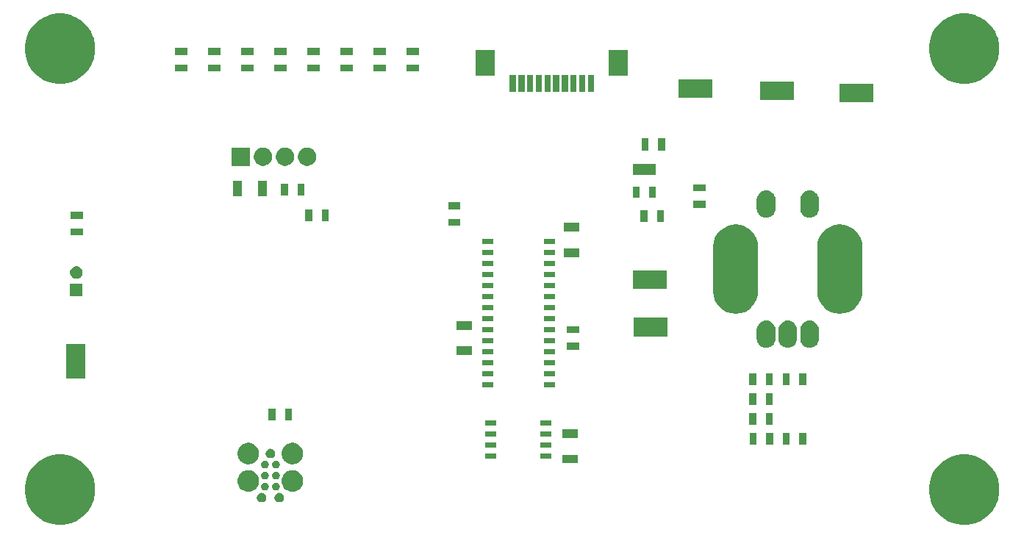
<source format=gbr>
G04 #@! TF.GenerationSoftware,KiCad,Pcbnew,5.1.2-5.1.2*
G04 #@! TF.CreationDate,2019-04-30T10:28:01-04:00*
G04 #@! TF.ProjectId,Controlpanel,436f6e74-726f-46c7-9061-6e656c2e6b69,rev?*
G04 #@! TF.SameCoordinates,Original*
G04 #@! TF.FileFunction,Soldermask,Top*
G04 #@! TF.FilePolarity,Negative*
%FSLAX46Y46*%
G04 Gerber Fmt 4.6, Leading zero omitted, Abs format (unit mm)*
G04 Created by KiCad (PCBNEW 5.1.2-5.1.2) date 2019-04-30 10:28:01*
%MOMM*%
%LPD*%
G04 APERTURE LIST*
%ADD10C,0.100000*%
G04 APERTURE END LIST*
D10*
G36*
X262801632Y-102784677D02*
G01*
X262989858Y-102862643D01*
X263538868Y-103090050D01*
X264202362Y-103533383D01*
X264766617Y-104097638D01*
X265209950Y-104761132D01*
X265277696Y-104924686D01*
X265515323Y-105498368D01*
X265671000Y-106281010D01*
X265671000Y-107078990D01*
X265515323Y-107861632D01*
X265450247Y-108018739D01*
X265209950Y-108598868D01*
X264766617Y-109262362D01*
X264202362Y-109826617D01*
X263538868Y-110269950D01*
X263107005Y-110448833D01*
X262801632Y-110575323D01*
X262018990Y-110731000D01*
X261221010Y-110731000D01*
X260438368Y-110575323D01*
X260132995Y-110448833D01*
X259701132Y-110269950D01*
X259037638Y-109826617D01*
X258473383Y-109262362D01*
X258030050Y-108598868D01*
X257789753Y-108018739D01*
X257724677Y-107861632D01*
X257569000Y-107078990D01*
X257569000Y-106281010D01*
X257724677Y-105498368D01*
X257962304Y-104924686D01*
X258030050Y-104761132D01*
X258473383Y-104097638D01*
X259037638Y-103533383D01*
X259701132Y-103090050D01*
X260250142Y-102862643D01*
X260438368Y-102784677D01*
X261221010Y-102629000D01*
X262018990Y-102629000D01*
X262801632Y-102784677D01*
X262801632Y-102784677D01*
G37*
G36*
X158661632Y-102784677D02*
G01*
X158849858Y-102862643D01*
X159398868Y-103090050D01*
X160062362Y-103533383D01*
X160626617Y-104097638D01*
X161069950Y-104761132D01*
X161137696Y-104924686D01*
X161375323Y-105498368D01*
X161531000Y-106281010D01*
X161531000Y-107078990D01*
X161375323Y-107861632D01*
X161310247Y-108018739D01*
X161069950Y-108598868D01*
X160626617Y-109262362D01*
X160062362Y-109826617D01*
X159398868Y-110269950D01*
X158967005Y-110448833D01*
X158661632Y-110575323D01*
X157878990Y-110731000D01*
X157081010Y-110731000D01*
X156298368Y-110575323D01*
X155992995Y-110448833D01*
X155561132Y-110269950D01*
X154897638Y-109826617D01*
X154333383Y-109262362D01*
X153890050Y-108598868D01*
X153649753Y-108018739D01*
X153584677Y-107861632D01*
X153429000Y-107078990D01*
X153429000Y-106281010D01*
X153584677Y-105498368D01*
X153822304Y-104924686D01*
X153890050Y-104761132D01*
X154333383Y-104097638D01*
X154897638Y-103533383D01*
X155561132Y-103090050D01*
X156110142Y-102862643D01*
X156298368Y-102784677D01*
X157081010Y-102629000D01*
X157878990Y-102629000D01*
X158661632Y-102784677D01*
X158661632Y-102784677D01*
G37*
G36*
X180802178Y-107058597D02*
G01*
X180854950Y-107069094D01*
X180954370Y-107110275D01*
X181043846Y-107170061D01*
X181119939Y-107246154D01*
X181179725Y-107335630D01*
X181220906Y-107435050D01*
X181241900Y-107540594D01*
X181241900Y-107648206D01*
X181220906Y-107753750D01*
X181179725Y-107853170D01*
X181119939Y-107942646D01*
X181043846Y-108018739D01*
X180954370Y-108078525D01*
X180854950Y-108119706D01*
X180802178Y-108130203D01*
X180749407Y-108140700D01*
X180641793Y-108140700D01*
X180589022Y-108130203D01*
X180536250Y-108119706D01*
X180436830Y-108078525D01*
X180347354Y-108018739D01*
X180271261Y-107942646D01*
X180211475Y-107853170D01*
X180170294Y-107753750D01*
X180149300Y-107648206D01*
X180149300Y-107540594D01*
X180170294Y-107435050D01*
X180211475Y-107335630D01*
X180271261Y-107246154D01*
X180347354Y-107170061D01*
X180436830Y-107110275D01*
X180536250Y-107069094D01*
X180589022Y-107058597D01*
X180641793Y-107048100D01*
X180749407Y-107048100D01*
X180802178Y-107058597D01*
X180802178Y-107058597D01*
G37*
G36*
X182834178Y-107058597D02*
G01*
X182886950Y-107069094D01*
X182986370Y-107110275D01*
X183075846Y-107170061D01*
X183151939Y-107246154D01*
X183211725Y-107335630D01*
X183252906Y-107435050D01*
X183273900Y-107540594D01*
X183273900Y-107648206D01*
X183252906Y-107753750D01*
X183211725Y-107853170D01*
X183151939Y-107942646D01*
X183075846Y-108018739D01*
X182986370Y-108078525D01*
X182886950Y-108119706D01*
X182834178Y-108130203D01*
X182781407Y-108140700D01*
X182673793Y-108140700D01*
X182621022Y-108130203D01*
X182568250Y-108119706D01*
X182468830Y-108078525D01*
X182379354Y-108018739D01*
X182303261Y-107942646D01*
X182243475Y-107853170D01*
X182202294Y-107753750D01*
X182181300Y-107648206D01*
X182181300Y-107540594D01*
X182202294Y-107435050D01*
X182243475Y-107335630D01*
X182303261Y-107246154D01*
X182379354Y-107170061D01*
X182468830Y-107110275D01*
X182568250Y-107069094D01*
X182621022Y-107058597D01*
X182673793Y-107048100D01*
X182781407Y-107048100D01*
X182834178Y-107058597D01*
X182834178Y-107058597D01*
G37*
G36*
X179413210Y-104474747D02*
G01*
X179532842Y-104498543D01*
X179758226Y-104591900D01*
X179961066Y-104727433D01*
X180133567Y-104899934D01*
X180269100Y-105102774D01*
X180362457Y-105328158D01*
X180410050Y-105567423D01*
X180410050Y-105811377D01*
X180362457Y-106050642D01*
X180269100Y-106276026D01*
X180133567Y-106478866D01*
X179961066Y-106651367D01*
X179758226Y-106786900D01*
X179532842Y-106880257D01*
X179413210Y-106904053D01*
X179293578Y-106927850D01*
X179049622Y-106927850D01*
X178929990Y-106904053D01*
X178810358Y-106880257D01*
X178584974Y-106786900D01*
X178382134Y-106651367D01*
X178209633Y-106478866D01*
X178074100Y-106276026D01*
X177980743Y-106050642D01*
X177933150Y-105811377D01*
X177933150Y-105567423D01*
X177980743Y-105328158D01*
X178074100Y-105102774D01*
X178209633Y-104899934D01*
X178382134Y-104727433D01*
X178584974Y-104591900D01*
X178810358Y-104498543D01*
X178929990Y-104474747D01*
X179049622Y-104450950D01*
X179293578Y-104450950D01*
X179413210Y-104474747D01*
X179413210Y-104474747D01*
G37*
G36*
X184493210Y-104474747D02*
G01*
X184612842Y-104498543D01*
X184838226Y-104591900D01*
X185041066Y-104727433D01*
X185213567Y-104899934D01*
X185349100Y-105102774D01*
X185442457Y-105328158D01*
X185490050Y-105567423D01*
X185490050Y-105811377D01*
X185442457Y-106050642D01*
X185349100Y-106276026D01*
X185213567Y-106478866D01*
X185041066Y-106651367D01*
X184838226Y-106786900D01*
X184612842Y-106880257D01*
X184493210Y-106904053D01*
X184373578Y-106927850D01*
X184129622Y-106927850D01*
X184009990Y-106904053D01*
X183890358Y-106880257D01*
X183664974Y-106786900D01*
X183462134Y-106651367D01*
X183289633Y-106478866D01*
X183154100Y-106276026D01*
X183060743Y-106050642D01*
X183013150Y-105811377D01*
X183013150Y-105567423D01*
X183060743Y-105328158D01*
X183154100Y-105102774D01*
X183289633Y-104899934D01*
X183462134Y-104727433D01*
X183664974Y-104591900D01*
X183890358Y-104498543D01*
X184009990Y-104474747D01*
X184129622Y-104450950D01*
X184373578Y-104450950D01*
X184493210Y-104474747D01*
X184493210Y-104474747D01*
G37*
G36*
X181206314Y-105896789D02*
G01*
X181287245Y-105930312D01*
X181360080Y-105978979D01*
X181422021Y-106040920D01*
X181470688Y-106113755D01*
X181504211Y-106194686D01*
X181521300Y-106280601D01*
X181521300Y-106368199D01*
X181504211Y-106454114D01*
X181470688Y-106535045D01*
X181422021Y-106607880D01*
X181360080Y-106669821D01*
X181287245Y-106718488D01*
X181287244Y-106718489D01*
X181287243Y-106718489D01*
X181206314Y-106752011D01*
X181120401Y-106769100D01*
X181032799Y-106769100D01*
X180946886Y-106752011D01*
X180865957Y-106718489D01*
X180865956Y-106718489D01*
X180865955Y-106718488D01*
X180793120Y-106669821D01*
X180731179Y-106607880D01*
X180682512Y-106535045D01*
X180648989Y-106454114D01*
X180631900Y-106368199D01*
X180631900Y-106280601D01*
X180648989Y-106194686D01*
X180682512Y-106113755D01*
X180731179Y-106040920D01*
X180793120Y-105978979D01*
X180865955Y-105930312D01*
X180946886Y-105896789D01*
X181032799Y-105879700D01*
X181120401Y-105879700D01*
X181206314Y-105896789D01*
X181206314Y-105896789D01*
G37*
G36*
X182476314Y-105896789D02*
G01*
X182557245Y-105930312D01*
X182630080Y-105978979D01*
X182692021Y-106040920D01*
X182740688Y-106113755D01*
X182774211Y-106194686D01*
X182791300Y-106280601D01*
X182791300Y-106368199D01*
X182774211Y-106454114D01*
X182740688Y-106535045D01*
X182692021Y-106607880D01*
X182630080Y-106669821D01*
X182557245Y-106718488D01*
X182557244Y-106718489D01*
X182557243Y-106718489D01*
X182476314Y-106752011D01*
X182390401Y-106769100D01*
X182302799Y-106769100D01*
X182216886Y-106752011D01*
X182135957Y-106718489D01*
X182135956Y-106718489D01*
X182135955Y-106718488D01*
X182063120Y-106669821D01*
X182001179Y-106607880D01*
X181952512Y-106535045D01*
X181918989Y-106454114D01*
X181901900Y-106368199D01*
X181901900Y-106280601D01*
X181918989Y-106194686D01*
X181952512Y-106113755D01*
X182001179Y-106040920D01*
X182063120Y-105978979D01*
X182135955Y-105930312D01*
X182216886Y-105896789D01*
X182302799Y-105879700D01*
X182390401Y-105879700D01*
X182476314Y-105896789D01*
X182476314Y-105896789D01*
G37*
G36*
X182476314Y-104626789D02*
G01*
X182557245Y-104660312D01*
X182630080Y-104708979D01*
X182692021Y-104770920D01*
X182740688Y-104843755D01*
X182774211Y-104924686D01*
X182791300Y-105010601D01*
X182791300Y-105098199D01*
X182774211Y-105184114D01*
X182740688Y-105265045D01*
X182692021Y-105337880D01*
X182630080Y-105399821D01*
X182557245Y-105448488D01*
X182557244Y-105448489D01*
X182557243Y-105448489D01*
X182476314Y-105482011D01*
X182390401Y-105499100D01*
X182302799Y-105499100D01*
X182216886Y-105482011D01*
X182135957Y-105448489D01*
X182135956Y-105448489D01*
X182135955Y-105448488D01*
X182063120Y-105399821D01*
X182001179Y-105337880D01*
X181952512Y-105265045D01*
X181918989Y-105184114D01*
X181901900Y-105098199D01*
X181901900Y-105010601D01*
X181918989Y-104924686D01*
X181952512Y-104843755D01*
X182001179Y-104770920D01*
X182063120Y-104708979D01*
X182135955Y-104660312D01*
X182216886Y-104626789D01*
X182302799Y-104609700D01*
X182390401Y-104609700D01*
X182476314Y-104626789D01*
X182476314Y-104626789D01*
G37*
G36*
X181206314Y-104626789D02*
G01*
X181287245Y-104660312D01*
X181360080Y-104708979D01*
X181422021Y-104770920D01*
X181470688Y-104843755D01*
X181504211Y-104924686D01*
X181521300Y-105010601D01*
X181521300Y-105098199D01*
X181504211Y-105184114D01*
X181470688Y-105265045D01*
X181422021Y-105337880D01*
X181360080Y-105399821D01*
X181287245Y-105448488D01*
X181287244Y-105448489D01*
X181287243Y-105448489D01*
X181206314Y-105482011D01*
X181120401Y-105499100D01*
X181032799Y-105499100D01*
X180946886Y-105482011D01*
X180865957Y-105448489D01*
X180865956Y-105448489D01*
X180865955Y-105448488D01*
X180793120Y-105399821D01*
X180731179Y-105337880D01*
X180682512Y-105265045D01*
X180648989Y-105184114D01*
X180631900Y-105098199D01*
X180631900Y-105010601D01*
X180648989Y-104924686D01*
X180682512Y-104843755D01*
X180731179Y-104770920D01*
X180793120Y-104708979D01*
X180865955Y-104660312D01*
X180946886Y-104626789D01*
X181032799Y-104609700D01*
X181120401Y-104609700D01*
X181206314Y-104626789D01*
X181206314Y-104626789D01*
G37*
G36*
X182476314Y-103356789D02*
G01*
X182557245Y-103390312D01*
X182630080Y-103438979D01*
X182692021Y-103500920D01*
X182740688Y-103573755D01*
X182774211Y-103654686D01*
X182791300Y-103740601D01*
X182791300Y-103828199D01*
X182774211Y-103914114D01*
X182740688Y-103995045D01*
X182692021Y-104067880D01*
X182630080Y-104129821D01*
X182557245Y-104178488D01*
X182557244Y-104178489D01*
X182557243Y-104178489D01*
X182476314Y-104212011D01*
X182390401Y-104229100D01*
X182302799Y-104229100D01*
X182216886Y-104212011D01*
X182135957Y-104178489D01*
X182135956Y-104178489D01*
X182135955Y-104178488D01*
X182063120Y-104129821D01*
X182001179Y-104067880D01*
X181952512Y-103995045D01*
X181918989Y-103914114D01*
X181901900Y-103828199D01*
X181901900Y-103740601D01*
X181918989Y-103654686D01*
X181952512Y-103573755D01*
X182001179Y-103500920D01*
X182063120Y-103438979D01*
X182135955Y-103390312D01*
X182216886Y-103356789D01*
X182302799Y-103339700D01*
X182390401Y-103339700D01*
X182476314Y-103356789D01*
X182476314Y-103356789D01*
G37*
G36*
X181206314Y-103356789D02*
G01*
X181287245Y-103390312D01*
X181360080Y-103438979D01*
X181422021Y-103500920D01*
X181470688Y-103573755D01*
X181504211Y-103654686D01*
X181521300Y-103740601D01*
X181521300Y-103828199D01*
X181504211Y-103914114D01*
X181470688Y-103995045D01*
X181422021Y-104067880D01*
X181360080Y-104129821D01*
X181287245Y-104178488D01*
X181287244Y-104178489D01*
X181287243Y-104178489D01*
X181206314Y-104212011D01*
X181120401Y-104229100D01*
X181032799Y-104229100D01*
X180946886Y-104212011D01*
X180865957Y-104178489D01*
X180865956Y-104178489D01*
X180865955Y-104178488D01*
X180793120Y-104129821D01*
X180731179Y-104067880D01*
X180682512Y-103995045D01*
X180648989Y-103914114D01*
X180631900Y-103828199D01*
X180631900Y-103740601D01*
X180648989Y-103654686D01*
X180682512Y-103573755D01*
X180731179Y-103500920D01*
X180793120Y-103438979D01*
X180865955Y-103390312D01*
X180946886Y-103356789D01*
X181032799Y-103339700D01*
X181120401Y-103339700D01*
X181206314Y-103356789D01*
X181206314Y-103356789D01*
G37*
G36*
X184493209Y-101299746D02*
G01*
X184612842Y-101323543D01*
X184838226Y-101416900D01*
X185041066Y-101552433D01*
X185213567Y-101724934D01*
X185349100Y-101927774D01*
X185442457Y-102153158D01*
X185490050Y-102392423D01*
X185490050Y-102636377D01*
X185442457Y-102875642D01*
X185391558Y-102998524D01*
X185353647Y-103090050D01*
X185349100Y-103101026D01*
X185213567Y-103303866D01*
X185041066Y-103476367D01*
X184838226Y-103611900D01*
X184612842Y-103705257D01*
X184493210Y-103729053D01*
X184373578Y-103752850D01*
X184129622Y-103752850D01*
X184009990Y-103729053D01*
X183890358Y-103705257D01*
X183664974Y-103611900D01*
X183462134Y-103476367D01*
X183289633Y-103303866D01*
X183154100Y-103101026D01*
X183149554Y-103090050D01*
X183111642Y-102998524D01*
X183060743Y-102875642D01*
X183013150Y-102636377D01*
X183013150Y-102392423D01*
X183060743Y-102153158D01*
X183154100Y-101927774D01*
X183289633Y-101724934D01*
X183462134Y-101552433D01*
X183664974Y-101416900D01*
X183890358Y-101323543D01*
X184009990Y-101299747D01*
X184129622Y-101275950D01*
X184373578Y-101275950D01*
X184493209Y-101299746D01*
X184493209Y-101299746D01*
G37*
G36*
X179413209Y-101299746D02*
G01*
X179532842Y-101323543D01*
X179758226Y-101416900D01*
X179961066Y-101552433D01*
X180133567Y-101724934D01*
X180269100Y-101927774D01*
X180362457Y-102153158D01*
X180410050Y-102392423D01*
X180410050Y-102636377D01*
X180362457Y-102875642D01*
X180311558Y-102998524D01*
X180273647Y-103090050D01*
X180269100Y-103101026D01*
X180133567Y-103303866D01*
X179961066Y-103476367D01*
X179758226Y-103611900D01*
X179532842Y-103705257D01*
X179413210Y-103729053D01*
X179293578Y-103752850D01*
X179049622Y-103752850D01*
X178929990Y-103729053D01*
X178810358Y-103705257D01*
X178584974Y-103611900D01*
X178382134Y-103476367D01*
X178209633Y-103303866D01*
X178074100Y-103101026D01*
X178069554Y-103090050D01*
X178031642Y-102998524D01*
X177980743Y-102875642D01*
X177933150Y-102636377D01*
X177933150Y-102392423D01*
X177980743Y-102153158D01*
X178074100Y-101927774D01*
X178209633Y-101724934D01*
X178382134Y-101552433D01*
X178584974Y-101416900D01*
X178810358Y-101323543D01*
X178929990Y-101299747D01*
X179049622Y-101275950D01*
X179293578Y-101275950D01*
X179413209Y-101299746D01*
X179413209Y-101299746D01*
G37*
G36*
X217156600Y-103652600D02*
G01*
X215354600Y-103652600D01*
X215354600Y-102650600D01*
X217156600Y-102650600D01*
X217156600Y-103652600D01*
X217156600Y-103652600D01*
G37*
G36*
X207734100Y-103124200D02*
G01*
X206489100Y-103124200D01*
X206489100Y-102514200D01*
X207734100Y-102514200D01*
X207734100Y-103124200D01*
X207734100Y-103124200D01*
G37*
G36*
X214084100Y-103124200D02*
G01*
X212839100Y-103124200D01*
X212839100Y-102514200D01*
X214084100Y-102514200D01*
X214084100Y-103124200D01*
X214084100Y-103124200D01*
G37*
G36*
X181818178Y-101978597D02*
G01*
X181870950Y-101989094D01*
X181970370Y-102030275D01*
X182059846Y-102090061D01*
X182135939Y-102166154D01*
X182195725Y-102255630D01*
X182236906Y-102355050D01*
X182257900Y-102460594D01*
X182257900Y-102568206D01*
X182236906Y-102673750D01*
X182195725Y-102773170D01*
X182135939Y-102862646D01*
X182059846Y-102938739D01*
X181970370Y-102998525D01*
X181870950Y-103039706D01*
X181818178Y-103050203D01*
X181765407Y-103060700D01*
X181657793Y-103060700D01*
X181605022Y-103050203D01*
X181552250Y-103039706D01*
X181452830Y-102998525D01*
X181363354Y-102938739D01*
X181287261Y-102862646D01*
X181227475Y-102773170D01*
X181186294Y-102673750D01*
X181165300Y-102568206D01*
X181165300Y-102460594D01*
X181186294Y-102355050D01*
X181227475Y-102255630D01*
X181287261Y-102166154D01*
X181363354Y-102090061D01*
X181452830Y-102030275D01*
X181552250Y-101989094D01*
X181605022Y-101978597D01*
X181657793Y-101968100D01*
X181765407Y-101968100D01*
X181818178Y-101978597D01*
X181818178Y-101978597D01*
G37*
G36*
X214084100Y-101854200D02*
G01*
X212839100Y-101854200D01*
X212839100Y-101244200D01*
X214084100Y-101244200D01*
X214084100Y-101854200D01*
X214084100Y-101854200D01*
G37*
G36*
X207734100Y-101854200D02*
G01*
X206489100Y-101854200D01*
X206489100Y-101244200D01*
X207734100Y-101244200D01*
X207734100Y-101854200D01*
X207734100Y-101854200D01*
G37*
G36*
X239603000Y-101539000D02*
G01*
X238801000Y-101539000D01*
X238801000Y-100137000D01*
X239603000Y-100137000D01*
X239603000Y-101539000D01*
X239603000Y-101539000D01*
G37*
G36*
X241513000Y-101539000D02*
G01*
X240711000Y-101539000D01*
X240711000Y-100137000D01*
X241513000Y-100137000D01*
X241513000Y-101539000D01*
X241513000Y-101539000D01*
G37*
G36*
X243413000Y-101539000D02*
G01*
X242611000Y-101539000D01*
X242611000Y-100137000D01*
X243413000Y-100137000D01*
X243413000Y-101539000D01*
X243413000Y-101539000D01*
G37*
G36*
X237703000Y-101539000D02*
G01*
X236901000Y-101539000D01*
X236901000Y-100137000D01*
X237703000Y-100137000D01*
X237703000Y-101539000D01*
X237703000Y-101539000D01*
G37*
G36*
X217156600Y-100752600D02*
G01*
X215354600Y-100752600D01*
X215354600Y-99750600D01*
X217156600Y-99750600D01*
X217156600Y-100752600D01*
X217156600Y-100752600D01*
G37*
G36*
X214084100Y-100584200D02*
G01*
X212839100Y-100584200D01*
X212839100Y-99974200D01*
X214084100Y-99974200D01*
X214084100Y-100584200D01*
X214084100Y-100584200D01*
G37*
G36*
X207734100Y-100584200D02*
G01*
X206489100Y-100584200D01*
X206489100Y-99974200D01*
X207734100Y-99974200D01*
X207734100Y-100584200D01*
X207734100Y-100584200D01*
G37*
G36*
X214084100Y-99314200D02*
G01*
X212839100Y-99314200D01*
X212839100Y-98704200D01*
X214084100Y-98704200D01*
X214084100Y-99314200D01*
X214084100Y-99314200D01*
G37*
G36*
X207734100Y-99314200D02*
G01*
X206489100Y-99314200D01*
X206489100Y-98704200D01*
X207734100Y-98704200D01*
X207734100Y-99314200D01*
X207734100Y-99314200D01*
G37*
G36*
X237664900Y-99253000D02*
G01*
X236862900Y-99253000D01*
X236862900Y-97851000D01*
X237664900Y-97851000D01*
X237664900Y-99253000D01*
X237664900Y-99253000D01*
G37*
G36*
X239564900Y-99253000D02*
G01*
X238762900Y-99253000D01*
X238762900Y-97851000D01*
X239564900Y-97851000D01*
X239564900Y-99253000D01*
X239564900Y-99253000D01*
G37*
G36*
X184205600Y-98745000D02*
G01*
X183403600Y-98745000D01*
X183403600Y-97343000D01*
X184205600Y-97343000D01*
X184205600Y-98745000D01*
X184205600Y-98745000D01*
G37*
G36*
X182305600Y-98745000D02*
G01*
X181503600Y-98745000D01*
X181503600Y-97343000D01*
X182305600Y-97343000D01*
X182305600Y-98745000D01*
X182305600Y-98745000D01*
G37*
G36*
X237667440Y-96967000D02*
G01*
X236865440Y-96967000D01*
X236865440Y-95565000D01*
X237667440Y-95565000D01*
X237667440Y-96967000D01*
X237667440Y-96967000D01*
G37*
G36*
X239567440Y-96967000D02*
G01*
X238765440Y-96967000D01*
X238765440Y-95565000D01*
X239567440Y-95565000D01*
X239567440Y-96967000D01*
X239567440Y-96967000D01*
G37*
G36*
X214490500Y-94920000D02*
G01*
X213245500Y-94920000D01*
X213245500Y-94310000D01*
X214490500Y-94310000D01*
X214490500Y-94920000D01*
X214490500Y-94920000D01*
G37*
G36*
X207378500Y-94920000D02*
G01*
X206133500Y-94920000D01*
X206133500Y-94310000D01*
X207378500Y-94310000D01*
X207378500Y-94920000D01*
X207378500Y-94920000D01*
G37*
G36*
X243413000Y-94681000D02*
G01*
X242611000Y-94681000D01*
X242611000Y-93279000D01*
X243413000Y-93279000D01*
X243413000Y-94681000D01*
X243413000Y-94681000D01*
G37*
G36*
X239587760Y-94681000D02*
G01*
X238785760Y-94681000D01*
X238785760Y-93279000D01*
X239587760Y-93279000D01*
X239587760Y-94681000D01*
X239587760Y-94681000D01*
G37*
G36*
X241513000Y-94681000D02*
G01*
X240711000Y-94681000D01*
X240711000Y-93279000D01*
X241513000Y-93279000D01*
X241513000Y-94681000D01*
X241513000Y-94681000D01*
G37*
G36*
X237687760Y-94681000D02*
G01*
X236885760Y-94681000D01*
X236885760Y-93279000D01*
X237687760Y-93279000D01*
X237687760Y-94681000D01*
X237687760Y-94681000D01*
G37*
G36*
X160350400Y-93853200D02*
G01*
X158216400Y-93853200D01*
X158216400Y-89941200D01*
X160350400Y-89941200D01*
X160350400Y-93853200D01*
X160350400Y-93853200D01*
G37*
G36*
X207378500Y-93650000D02*
G01*
X206133500Y-93650000D01*
X206133500Y-93040000D01*
X207378500Y-93040000D01*
X207378500Y-93650000D01*
X207378500Y-93650000D01*
G37*
G36*
X214490500Y-93650000D02*
G01*
X213245500Y-93650000D01*
X213245500Y-93040000D01*
X214490500Y-93040000D01*
X214490500Y-93650000D01*
X214490500Y-93650000D01*
G37*
G36*
X214490500Y-92380000D02*
G01*
X213245500Y-92380000D01*
X213245500Y-91770000D01*
X214490500Y-91770000D01*
X214490500Y-92380000D01*
X214490500Y-92380000D01*
G37*
G36*
X207378500Y-92380000D02*
G01*
X206133500Y-92380000D01*
X206133500Y-91770000D01*
X207378500Y-91770000D01*
X207378500Y-92380000D01*
X207378500Y-92380000D01*
G37*
G36*
X204913800Y-91155800D02*
G01*
X203111800Y-91155800D01*
X203111800Y-90153800D01*
X204913800Y-90153800D01*
X204913800Y-91155800D01*
X204913800Y-91155800D01*
G37*
G36*
X214490500Y-91110000D02*
G01*
X213245500Y-91110000D01*
X213245500Y-90500000D01*
X214490500Y-90500000D01*
X214490500Y-91110000D01*
X214490500Y-91110000D01*
G37*
G36*
X207378500Y-91110000D02*
G01*
X206133500Y-91110000D01*
X206133500Y-90500000D01*
X207378500Y-90500000D01*
X207378500Y-91110000D01*
X207378500Y-91110000D01*
G37*
G36*
X217286800Y-90555800D02*
G01*
X215884800Y-90555800D01*
X215884800Y-89753800D01*
X217286800Y-89753800D01*
X217286800Y-90555800D01*
X217286800Y-90555800D01*
G37*
G36*
X239009167Y-87220439D02*
G01*
X239210298Y-87281451D01*
X239395661Y-87380530D01*
X239558133Y-87513867D01*
X239618236Y-87587102D01*
X239691471Y-87676339D01*
X239744682Y-87775890D01*
X239790549Y-87861701D01*
X239851561Y-88062832D01*
X239867000Y-88219589D01*
X239867000Y-89340411D01*
X239851561Y-89497168D01*
X239790549Y-89698299D01*
X239760883Y-89753800D01*
X239691471Y-89883661D01*
X239558133Y-90046133D01*
X239395661Y-90179471D01*
X239296110Y-90232682D01*
X239210299Y-90278549D01*
X239009168Y-90339561D01*
X238800000Y-90360162D01*
X238590833Y-90339561D01*
X238389702Y-90278549D01*
X238303891Y-90232682D01*
X238204340Y-90179471D01*
X238041868Y-90046133D01*
X237908530Y-89883660D01*
X237839118Y-89753800D01*
X237809452Y-89698299D01*
X237748439Y-89497168D01*
X237733000Y-89340411D01*
X237733000Y-88219590D01*
X237748439Y-88062833D01*
X237809451Y-87861702D01*
X237908530Y-87676339D01*
X238041867Y-87513867D01*
X238115102Y-87453764D01*
X238204339Y-87380529D01*
X238303890Y-87327318D01*
X238389701Y-87281451D01*
X238590832Y-87220439D01*
X238800000Y-87199838D01*
X239009167Y-87220439D01*
X239009167Y-87220439D01*
G37*
G36*
X244009167Y-87220439D02*
G01*
X244210298Y-87281451D01*
X244395661Y-87380530D01*
X244558133Y-87513867D01*
X244618236Y-87587102D01*
X244691471Y-87676339D01*
X244744682Y-87775890D01*
X244790549Y-87861701D01*
X244851561Y-88062832D01*
X244867000Y-88219589D01*
X244867000Y-89340411D01*
X244851561Y-89497168D01*
X244790549Y-89698299D01*
X244760883Y-89753800D01*
X244691471Y-89883661D01*
X244558133Y-90046133D01*
X244395661Y-90179471D01*
X244296110Y-90232682D01*
X244210299Y-90278549D01*
X244009168Y-90339561D01*
X243800000Y-90360162D01*
X243590833Y-90339561D01*
X243389702Y-90278549D01*
X243303891Y-90232682D01*
X243204340Y-90179471D01*
X243041868Y-90046133D01*
X242908530Y-89883660D01*
X242839118Y-89753800D01*
X242809452Y-89698299D01*
X242748439Y-89497168D01*
X242733000Y-89340411D01*
X242733000Y-88219590D01*
X242748439Y-88062833D01*
X242809451Y-87861702D01*
X242908530Y-87676339D01*
X243041867Y-87513867D01*
X243115102Y-87453764D01*
X243204339Y-87380529D01*
X243303890Y-87327318D01*
X243389701Y-87281451D01*
X243590832Y-87220439D01*
X243800000Y-87199838D01*
X244009167Y-87220439D01*
X244009167Y-87220439D01*
G37*
G36*
X241509167Y-87220439D02*
G01*
X241710298Y-87281451D01*
X241895661Y-87380530D01*
X242058133Y-87513867D01*
X242118236Y-87587102D01*
X242191471Y-87676339D01*
X242244682Y-87775890D01*
X242290549Y-87861701D01*
X242351561Y-88062832D01*
X242367000Y-88219589D01*
X242367000Y-89340411D01*
X242351561Y-89497168D01*
X242290549Y-89698299D01*
X242260883Y-89753800D01*
X242191471Y-89883661D01*
X242058133Y-90046133D01*
X241895661Y-90179471D01*
X241796110Y-90232682D01*
X241710299Y-90278549D01*
X241509168Y-90339561D01*
X241300000Y-90360162D01*
X241090833Y-90339561D01*
X240889702Y-90278549D01*
X240803891Y-90232682D01*
X240704340Y-90179471D01*
X240541868Y-90046133D01*
X240408530Y-89883660D01*
X240339118Y-89753800D01*
X240309452Y-89698299D01*
X240248439Y-89497168D01*
X240233000Y-89340411D01*
X240233000Y-88219590D01*
X240248439Y-88062833D01*
X240309451Y-87861702D01*
X240408530Y-87676339D01*
X240541867Y-87513867D01*
X240615102Y-87453764D01*
X240704339Y-87380529D01*
X240803890Y-87327318D01*
X240889701Y-87281451D01*
X241090832Y-87220439D01*
X241300000Y-87199838D01*
X241509167Y-87220439D01*
X241509167Y-87220439D01*
G37*
G36*
X207378500Y-89840000D02*
G01*
X206133500Y-89840000D01*
X206133500Y-89230000D01*
X207378500Y-89230000D01*
X207378500Y-89840000D01*
X207378500Y-89840000D01*
G37*
G36*
X214490500Y-89840000D02*
G01*
X213245500Y-89840000D01*
X213245500Y-89230000D01*
X214490500Y-89230000D01*
X214490500Y-89840000D01*
X214490500Y-89840000D01*
G37*
G36*
X227431800Y-89027200D02*
G01*
X223519800Y-89027200D01*
X223519800Y-86893200D01*
X227431800Y-86893200D01*
X227431800Y-89027200D01*
X227431800Y-89027200D01*
G37*
G36*
X217286800Y-88655800D02*
G01*
X215884800Y-88655800D01*
X215884800Y-87853800D01*
X217286800Y-87853800D01*
X217286800Y-88655800D01*
X217286800Y-88655800D01*
G37*
G36*
X214490500Y-88570000D02*
G01*
X213245500Y-88570000D01*
X213245500Y-87960000D01*
X214490500Y-87960000D01*
X214490500Y-88570000D01*
X214490500Y-88570000D01*
G37*
G36*
X207378500Y-88570000D02*
G01*
X206133500Y-88570000D01*
X206133500Y-87960000D01*
X207378500Y-87960000D01*
X207378500Y-88570000D01*
X207378500Y-88570000D01*
G37*
G36*
X204913800Y-88255800D02*
G01*
X203111800Y-88255800D01*
X203111800Y-87253800D01*
X204913800Y-87253800D01*
X204913800Y-88255800D01*
X204913800Y-88255800D01*
G37*
G36*
X214490500Y-87300000D02*
G01*
X213245500Y-87300000D01*
X213245500Y-86690000D01*
X214490500Y-86690000D01*
X214490500Y-87300000D01*
X214490500Y-87300000D01*
G37*
G36*
X207378500Y-87300000D02*
G01*
X206133500Y-87300000D01*
X206133500Y-86690000D01*
X207378500Y-86690000D01*
X207378500Y-87300000D01*
X207378500Y-87300000D01*
G37*
G36*
X247807924Y-76186490D02*
G01*
X248203214Y-76306400D01*
X248296332Y-76334647D01*
X248746445Y-76575238D01*
X248746447Y-76575239D01*
X248746446Y-76575239D01*
X249140978Y-76899022D01*
X249415529Y-77233563D01*
X249464762Y-77293554D01*
X249705353Y-77743667D01*
X249705353Y-77743668D01*
X249705354Y-77743670D01*
X249853510Y-78232075D01*
X249891000Y-78612719D01*
X249891000Y-83947281D01*
X249853510Y-84327925D01*
X249705354Y-84816330D01*
X249705353Y-84816333D01*
X249464762Y-85266446D01*
X249140978Y-85660978D01*
X248746446Y-85984762D01*
X248296333Y-86225353D01*
X248296330Y-86225354D01*
X247807925Y-86373510D01*
X247300000Y-86423536D01*
X246792076Y-86373510D01*
X246303671Y-86225354D01*
X246303668Y-86225353D01*
X245853555Y-85984762D01*
X245459023Y-85660978D01*
X245135239Y-85266446D01*
X244894648Y-84816333D01*
X244894647Y-84816330D01*
X244746491Y-84327925D01*
X244709001Y-83947281D01*
X244709000Y-78612720D01*
X244746490Y-78232076D01*
X244894646Y-77743671D01*
X244894647Y-77743668D01*
X245135238Y-77293555D01*
X245394043Y-76978200D01*
X245459022Y-76899022D01*
X245853553Y-76575239D01*
X245853552Y-76575239D01*
X245853554Y-76575238D01*
X246303667Y-76334647D01*
X246396785Y-76306400D01*
X246792075Y-76186490D01*
X247300000Y-76136464D01*
X247807924Y-76186490D01*
X247807924Y-76186490D01*
G37*
G36*
X235807924Y-76186490D02*
G01*
X236203214Y-76306400D01*
X236296332Y-76334647D01*
X236746445Y-76575238D01*
X236746447Y-76575239D01*
X236746446Y-76575239D01*
X237140978Y-76899022D01*
X237415529Y-77233563D01*
X237464762Y-77293554D01*
X237705353Y-77743667D01*
X237705353Y-77743668D01*
X237705354Y-77743670D01*
X237853510Y-78232075D01*
X237891000Y-78612719D01*
X237891000Y-83947281D01*
X237853510Y-84327925D01*
X237705354Y-84816330D01*
X237705353Y-84816333D01*
X237464762Y-85266446D01*
X237140978Y-85660978D01*
X236746446Y-85984762D01*
X236296333Y-86225353D01*
X236296330Y-86225354D01*
X235807925Y-86373510D01*
X235300000Y-86423536D01*
X234792076Y-86373510D01*
X234303671Y-86225354D01*
X234303668Y-86225353D01*
X233853555Y-85984762D01*
X233459023Y-85660978D01*
X233135239Y-85266446D01*
X232894648Y-84816333D01*
X232894647Y-84816330D01*
X232746491Y-84327925D01*
X232709001Y-83947281D01*
X232709000Y-78612720D01*
X232746490Y-78232076D01*
X232894646Y-77743671D01*
X232894647Y-77743668D01*
X233135238Y-77293555D01*
X233394043Y-76978200D01*
X233459022Y-76899022D01*
X233853553Y-76575239D01*
X233853552Y-76575239D01*
X233853554Y-76575238D01*
X234303667Y-76334647D01*
X234396785Y-76306400D01*
X234792075Y-76186490D01*
X235300000Y-76136464D01*
X235807924Y-76186490D01*
X235807924Y-76186490D01*
G37*
G36*
X207378500Y-86030000D02*
G01*
X206133500Y-86030000D01*
X206133500Y-85420000D01*
X207378500Y-85420000D01*
X207378500Y-86030000D01*
X207378500Y-86030000D01*
G37*
G36*
X214490500Y-86030000D02*
G01*
X213245500Y-86030000D01*
X213245500Y-85420000D01*
X214490500Y-85420000D01*
X214490500Y-86030000D01*
X214490500Y-86030000D01*
G37*
G36*
X214490500Y-84760000D02*
G01*
X213245500Y-84760000D01*
X213245500Y-84150000D01*
X214490500Y-84150000D01*
X214490500Y-84760000D01*
X214490500Y-84760000D01*
G37*
G36*
X207378500Y-84760000D02*
G01*
X206133500Y-84760000D01*
X206133500Y-84150000D01*
X207378500Y-84150000D01*
X207378500Y-84760000D01*
X207378500Y-84760000D01*
G37*
G36*
X160085600Y-84393600D02*
G01*
X158633600Y-84393600D01*
X158633600Y-82941600D01*
X160085600Y-82941600D01*
X160085600Y-84393600D01*
X160085600Y-84393600D01*
G37*
G36*
X227355600Y-83566200D02*
G01*
X223443600Y-83566200D01*
X223443600Y-81432200D01*
X227355600Y-81432200D01*
X227355600Y-83566200D01*
X227355600Y-83566200D01*
G37*
G36*
X207378500Y-83490000D02*
G01*
X206133500Y-83490000D01*
X206133500Y-82880000D01*
X207378500Y-82880000D01*
X207378500Y-83490000D01*
X207378500Y-83490000D01*
G37*
G36*
X214490500Y-83490000D02*
G01*
X213245500Y-83490000D01*
X213245500Y-82880000D01*
X214490500Y-82880000D01*
X214490500Y-83490000D01*
X214490500Y-83490000D01*
G37*
G36*
X159430813Y-80945102D02*
G01*
X159501921Y-80952105D01*
X159638772Y-80993619D01*
X159638775Y-80993620D01*
X159764894Y-81061032D01*
X159875443Y-81151757D01*
X159966168Y-81262306D01*
X160033580Y-81388425D01*
X160033581Y-81388428D01*
X160075095Y-81525279D01*
X160089112Y-81667600D01*
X160075095Y-81809921D01*
X160033581Y-81946772D01*
X160033580Y-81946775D01*
X159966168Y-82072894D01*
X159875443Y-82183443D01*
X159764894Y-82274168D01*
X159638775Y-82341580D01*
X159638772Y-82341581D01*
X159501921Y-82383095D01*
X159430813Y-82390098D01*
X159395260Y-82393600D01*
X159323940Y-82393600D01*
X159288387Y-82390098D01*
X159217279Y-82383095D01*
X159080428Y-82341581D01*
X159080425Y-82341580D01*
X158954306Y-82274168D01*
X158843757Y-82183443D01*
X158753032Y-82072894D01*
X158685620Y-81946775D01*
X158685619Y-81946772D01*
X158644105Y-81809921D01*
X158630088Y-81667600D01*
X158644105Y-81525279D01*
X158685619Y-81388428D01*
X158685620Y-81388425D01*
X158753032Y-81262306D01*
X158843757Y-81151757D01*
X158954306Y-81061032D01*
X159080425Y-80993620D01*
X159080428Y-80993619D01*
X159217279Y-80952105D01*
X159288387Y-80945102D01*
X159323940Y-80941600D01*
X159395260Y-80941600D01*
X159430813Y-80945102D01*
X159430813Y-80945102D01*
G37*
G36*
X207378500Y-82220000D02*
G01*
X206133500Y-82220000D01*
X206133500Y-81610000D01*
X207378500Y-81610000D01*
X207378500Y-82220000D01*
X207378500Y-82220000D01*
G37*
G36*
X214490500Y-82220000D02*
G01*
X213245500Y-82220000D01*
X213245500Y-81610000D01*
X214490500Y-81610000D01*
X214490500Y-82220000D01*
X214490500Y-82220000D01*
G37*
G36*
X214490500Y-80950000D02*
G01*
X213245500Y-80950000D01*
X213245500Y-80340000D01*
X214490500Y-80340000D01*
X214490500Y-80950000D01*
X214490500Y-80950000D01*
G37*
G36*
X207378500Y-80950000D02*
G01*
X206133500Y-80950000D01*
X206133500Y-80340000D01*
X207378500Y-80340000D01*
X207378500Y-80950000D01*
X207378500Y-80950000D01*
G37*
G36*
X217309000Y-79878200D02*
G01*
X215507000Y-79878200D01*
X215507000Y-78876200D01*
X217309000Y-78876200D01*
X217309000Y-79878200D01*
X217309000Y-79878200D01*
G37*
G36*
X214490500Y-79680000D02*
G01*
X213245500Y-79680000D01*
X213245500Y-79070000D01*
X214490500Y-79070000D01*
X214490500Y-79680000D01*
X214490500Y-79680000D01*
G37*
G36*
X207378500Y-79680000D02*
G01*
X206133500Y-79680000D01*
X206133500Y-79070000D01*
X207378500Y-79070000D01*
X207378500Y-79680000D01*
X207378500Y-79680000D01*
G37*
G36*
X214490500Y-78410000D02*
G01*
X213245500Y-78410000D01*
X213245500Y-77800000D01*
X214490500Y-77800000D01*
X214490500Y-78410000D01*
X214490500Y-78410000D01*
G37*
G36*
X207378500Y-78410000D02*
G01*
X206133500Y-78410000D01*
X206133500Y-77800000D01*
X207378500Y-77800000D01*
X207378500Y-78410000D01*
X207378500Y-78410000D01*
G37*
G36*
X160136800Y-77373200D02*
G01*
X158734800Y-77373200D01*
X158734800Y-76571200D01*
X160136800Y-76571200D01*
X160136800Y-77373200D01*
X160136800Y-77373200D01*
G37*
G36*
X217309000Y-76978200D02*
G01*
X215507000Y-76978200D01*
X215507000Y-75976200D01*
X217309000Y-75976200D01*
X217309000Y-76978200D01*
X217309000Y-76978200D01*
G37*
G36*
X203596200Y-76306400D02*
G01*
X202194200Y-76306400D01*
X202194200Y-75504400D01*
X203596200Y-75504400D01*
X203596200Y-76306400D01*
X203596200Y-76306400D01*
G37*
G36*
X225130000Y-75885000D02*
G01*
X224328000Y-75885000D01*
X224328000Y-74483000D01*
X225130000Y-74483000D01*
X225130000Y-75885000D01*
X225130000Y-75885000D01*
G37*
G36*
X227030000Y-75885000D02*
G01*
X226228000Y-75885000D01*
X226228000Y-74483000D01*
X227030000Y-74483000D01*
X227030000Y-75885000D01*
X227030000Y-75885000D01*
G37*
G36*
X186522000Y-75783400D02*
G01*
X185720000Y-75783400D01*
X185720000Y-74381400D01*
X186522000Y-74381400D01*
X186522000Y-75783400D01*
X186522000Y-75783400D01*
G37*
G36*
X188422000Y-75783400D02*
G01*
X187620000Y-75783400D01*
X187620000Y-74381400D01*
X188422000Y-74381400D01*
X188422000Y-75783400D01*
X188422000Y-75783400D01*
G37*
G36*
X160136800Y-75473200D02*
G01*
X158734800Y-75473200D01*
X158734800Y-74671200D01*
X160136800Y-74671200D01*
X160136800Y-75473200D01*
X160136800Y-75473200D01*
G37*
G36*
X239009167Y-72220439D02*
G01*
X239210298Y-72281451D01*
X239395661Y-72380530D01*
X239558133Y-72513867D01*
X239618236Y-72587102D01*
X239691471Y-72676339D01*
X239744682Y-72775890D01*
X239790549Y-72861701D01*
X239851561Y-73062832D01*
X239867000Y-73219589D01*
X239867000Y-74340411D01*
X239851561Y-74497168D01*
X239790549Y-74698299D01*
X239744682Y-74784110D01*
X239691471Y-74883661D01*
X239558133Y-75046133D01*
X239395661Y-75179471D01*
X239296110Y-75232682D01*
X239210299Y-75278549D01*
X239009168Y-75339561D01*
X238800000Y-75360162D01*
X238590833Y-75339561D01*
X238389702Y-75278549D01*
X238303891Y-75232682D01*
X238204340Y-75179471D01*
X238041868Y-75046133D01*
X237908530Y-74883660D01*
X237855024Y-74783558D01*
X237809452Y-74698299D01*
X237748439Y-74497168D01*
X237733000Y-74340411D01*
X237733000Y-73219590D01*
X237748439Y-73062833D01*
X237809451Y-72861702D01*
X237908530Y-72676339D01*
X238041867Y-72513867D01*
X238115102Y-72453764D01*
X238204339Y-72380529D01*
X238310847Y-72323600D01*
X238389701Y-72281451D01*
X238590832Y-72220439D01*
X238800000Y-72199838D01*
X239009167Y-72220439D01*
X239009167Y-72220439D01*
G37*
G36*
X244009167Y-72220439D02*
G01*
X244210298Y-72281451D01*
X244395661Y-72380530D01*
X244558133Y-72513867D01*
X244618236Y-72587102D01*
X244691471Y-72676339D01*
X244744682Y-72775890D01*
X244790549Y-72861701D01*
X244851561Y-73062832D01*
X244867000Y-73219589D01*
X244867000Y-74340411D01*
X244851561Y-74497168D01*
X244790549Y-74698299D01*
X244744682Y-74784110D01*
X244691471Y-74883661D01*
X244558133Y-75046133D01*
X244395661Y-75179471D01*
X244296110Y-75232682D01*
X244210299Y-75278549D01*
X244009168Y-75339561D01*
X243800000Y-75360162D01*
X243590833Y-75339561D01*
X243389702Y-75278549D01*
X243303891Y-75232682D01*
X243204340Y-75179471D01*
X243041868Y-75046133D01*
X242908530Y-74883660D01*
X242855024Y-74783558D01*
X242809452Y-74698299D01*
X242748439Y-74497168D01*
X242733000Y-74340411D01*
X242733000Y-73219590D01*
X242748439Y-73062833D01*
X242809451Y-72861702D01*
X242908530Y-72676339D01*
X243041867Y-72513867D01*
X243115102Y-72453764D01*
X243204339Y-72380529D01*
X243310847Y-72323600D01*
X243389701Y-72281451D01*
X243590832Y-72220439D01*
X243800000Y-72199838D01*
X244009167Y-72220439D01*
X244009167Y-72220439D01*
G37*
G36*
X203596200Y-74406400D02*
G01*
X202194200Y-74406400D01*
X202194200Y-73604400D01*
X203596200Y-73604400D01*
X203596200Y-74406400D01*
X203596200Y-74406400D01*
G37*
G36*
X231815600Y-74223600D02*
G01*
X230413600Y-74223600D01*
X230413600Y-73421600D01*
X231815600Y-73421600D01*
X231815600Y-74223600D01*
X231815600Y-74223600D01*
G37*
G36*
X226116000Y-73091000D02*
G01*
X225364000Y-73091000D01*
X225364000Y-71769000D01*
X226116000Y-71769000D01*
X226116000Y-73091000D01*
X226116000Y-73091000D01*
G37*
G36*
X224216000Y-73091000D02*
G01*
X223464000Y-73091000D01*
X223464000Y-71769000D01*
X224216000Y-71769000D01*
X224216000Y-73091000D01*
X224216000Y-73091000D01*
G37*
G36*
X181325800Y-72910000D02*
G01*
X180323800Y-72910000D01*
X180323800Y-71108000D01*
X181325800Y-71108000D01*
X181325800Y-72910000D01*
X181325800Y-72910000D01*
G37*
G36*
X178425800Y-72910000D02*
G01*
X177423800Y-72910000D01*
X177423800Y-71108000D01*
X178425800Y-71108000D01*
X178425800Y-72910000D01*
X178425800Y-72910000D01*
G37*
G36*
X185653400Y-72811600D02*
G01*
X184851400Y-72811600D01*
X184851400Y-71409600D01*
X185653400Y-71409600D01*
X185653400Y-72811600D01*
X185653400Y-72811600D01*
G37*
G36*
X183753400Y-72811600D02*
G01*
X182951400Y-72811600D01*
X182951400Y-71409600D01*
X183753400Y-71409600D01*
X183753400Y-72811600D01*
X183753400Y-72811600D01*
G37*
G36*
X231815600Y-72323600D02*
G01*
X230413600Y-72323600D01*
X230413600Y-71521600D01*
X231815600Y-71521600D01*
X231815600Y-72323600D01*
X231815600Y-72323600D01*
G37*
G36*
X226116000Y-70471000D02*
G01*
X223464000Y-70471000D01*
X223464000Y-69149000D01*
X226116000Y-69149000D01*
X226116000Y-70471000D01*
X226116000Y-70471000D01*
G37*
G36*
X181154564Y-67315389D02*
G01*
X181345833Y-67394615D01*
X181345835Y-67394616D01*
X181517973Y-67509635D01*
X181664365Y-67656027D01*
X181779385Y-67828167D01*
X181858611Y-68019436D01*
X181899000Y-68222484D01*
X181899000Y-68429516D01*
X181858611Y-68632564D01*
X181779385Y-68823833D01*
X181779384Y-68823835D01*
X181664365Y-68995973D01*
X181517973Y-69142365D01*
X181345835Y-69257384D01*
X181345834Y-69257385D01*
X181345833Y-69257385D01*
X181154564Y-69336611D01*
X180951516Y-69377000D01*
X180744484Y-69377000D01*
X180541436Y-69336611D01*
X180350167Y-69257385D01*
X180350166Y-69257385D01*
X180350165Y-69257384D01*
X180178027Y-69142365D01*
X180031635Y-68995973D01*
X179916616Y-68823835D01*
X179916615Y-68823833D01*
X179837389Y-68632564D01*
X179797000Y-68429516D01*
X179797000Y-68222484D01*
X179837389Y-68019436D01*
X179916615Y-67828167D01*
X180031635Y-67656027D01*
X180178027Y-67509635D01*
X180350165Y-67394616D01*
X180350167Y-67394615D01*
X180541436Y-67315389D01*
X180744484Y-67275000D01*
X180951516Y-67275000D01*
X181154564Y-67315389D01*
X181154564Y-67315389D01*
G37*
G36*
X183694564Y-67315389D02*
G01*
X183885833Y-67394615D01*
X183885835Y-67394616D01*
X184057973Y-67509635D01*
X184204365Y-67656027D01*
X184319385Y-67828167D01*
X184398611Y-68019436D01*
X184439000Y-68222484D01*
X184439000Y-68429516D01*
X184398611Y-68632564D01*
X184319385Y-68823833D01*
X184319384Y-68823835D01*
X184204365Y-68995973D01*
X184057973Y-69142365D01*
X183885835Y-69257384D01*
X183885834Y-69257385D01*
X183885833Y-69257385D01*
X183694564Y-69336611D01*
X183491516Y-69377000D01*
X183284484Y-69377000D01*
X183081436Y-69336611D01*
X182890167Y-69257385D01*
X182890166Y-69257385D01*
X182890165Y-69257384D01*
X182718027Y-69142365D01*
X182571635Y-68995973D01*
X182456616Y-68823835D01*
X182456615Y-68823833D01*
X182377389Y-68632564D01*
X182337000Y-68429516D01*
X182337000Y-68222484D01*
X182377389Y-68019436D01*
X182456615Y-67828167D01*
X182571635Y-67656027D01*
X182718027Y-67509635D01*
X182890165Y-67394616D01*
X182890167Y-67394615D01*
X183081436Y-67315389D01*
X183284484Y-67275000D01*
X183491516Y-67275000D01*
X183694564Y-67315389D01*
X183694564Y-67315389D01*
G37*
G36*
X186234564Y-67315389D02*
G01*
X186425833Y-67394615D01*
X186425835Y-67394616D01*
X186597973Y-67509635D01*
X186744365Y-67656027D01*
X186859385Y-67828167D01*
X186938611Y-68019436D01*
X186979000Y-68222484D01*
X186979000Y-68429516D01*
X186938611Y-68632564D01*
X186859385Y-68823833D01*
X186859384Y-68823835D01*
X186744365Y-68995973D01*
X186597973Y-69142365D01*
X186425835Y-69257384D01*
X186425834Y-69257385D01*
X186425833Y-69257385D01*
X186234564Y-69336611D01*
X186031516Y-69377000D01*
X185824484Y-69377000D01*
X185621436Y-69336611D01*
X185430167Y-69257385D01*
X185430166Y-69257385D01*
X185430165Y-69257384D01*
X185258027Y-69142365D01*
X185111635Y-68995973D01*
X184996616Y-68823835D01*
X184996615Y-68823833D01*
X184917389Y-68632564D01*
X184877000Y-68429516D01*
X184877000Y-68222484D01*
X184917389Y-68019436D01*
X184996615Y-67828167D01*
X185111635Y-67656027D01*
X185258027Y-67509635D01*
X185430165Y-67394616D01*
X185430167Y-67394615D01*
X185621436Y-67315389D01*
X185824484Y-67275000D01*
X186031516Y-67275000D01*
X186234564Y-67315389D01*
X186234564Y-67315389D01*
G37*
G36*
X179359000Y-69377000D02*
G01*
X177257000Y-69377000D01*
X177257000Y-67275000D01*
X179359000Y-67275000D01*
X179359000Y-69377000D01*
X179359000Y-69377000D01*
G37*
G36*
X225257000Y-67630000D02*
G01*
X224455000Y-67630000D01*
X224455000Y-66228000D01*
X225257000Y-66228000D01*
X225257000Y-67630000D01*
X225257000Y-67630000D01*
G37*
G36*
X227157000Y-67630000D02*
G01*
X226355000Y-67630000D01*
X226355000Y-66228000D01*
X227157000Y-66228000D01*
X227157000Y-67630000D01*
X227157000Y-67630000D01*
G37*
G36*
X251130000Y-62027000D02*
G01*
X247218000Y-62027000D01*
X247218000Y-59893000D01*
X251130000Y-59893000D01*
X251130000Y-62027000D01*
X251130000Y-62027000D01*
G37*
G36*
X241986000Y-61773000D02*
G01*
X238074000Y-61773000D01*
X238074000Y-59639000D01*
X241986000Y-59639000D01*
X241986000Y-61773000D01*
X241986000Y-61773000D01*
G37*
G36*
X232588000Y-61519000D02*
G01*
X228676000Y-61519000D01*
X228676000Y-59385000D01*
X232588000Y-59385000D01*
X232588000Y-61519000D01*
X232588000Y-61519000D01*
G37*
G36*
X213981000Y-60881000D02*
G01*
X213279000Y-60881000D01*
X213279000Y-58879000D01*
X213981000Y-58879000D01*
X213981000Y-60881000D01*
X213981000Y-60881000D01*
G37*
G36*
X214981000Y-60881000D02*
G01*
X214279000Y-60881000D01*
X214279000Y-58879000D01*
X214981000Y-58879000D01*
X214981000Y-60881000D01*
X214981000Y-60881000D01*
G37*
G36*
X215981000Y-60881000D02*
G01*
X215279000Y-60881000D01*
X215279000Y-58879000D01*
X215981000Y-58879000D01*
X215981000Y-60881000D01*
X215981000Y-60881000D01*
G37*
G36*
X216981000Y-60881000D02*
G01*
X216279000Y-60881000D01*
X216279000Y-58879000D01*
X216981000Y-58879000D01*
X216981000Y-60881000D01*
X216981000Y-60881000D01*
G37*
G36*
X217981000Y-60881000D02*
G01*
X217279000Y-60881000D01*
X217279000Y-58879000D01*
X217981000Y-58879000D01*
X217981000Y-60881000D01*
X217981000Y-60881000D01*
G37*
G36*
X218981000Y-60881000D02*
G01*
X218279000Y-60881000D01*
X218279000Y-58879000D01*
X218981000Y-58879000D01*
X218981000Y-60881000D01*
X218981000Y-60881000D01*
G37*
G36*
X209981000Y-60881000D02*
G01*
X209279000Y-60881000D01*
X209279000Y-58879000D01*
X209981000Y-58879000D01*
X209981000Y-60881000D01*
X209981000Y-60881000D01*
G37*
G36*
X210981000Y-60881000D02*
G01*
X210279000Y-60881000D01*
X210279000Y-58879000D01*
X210981000Y-58879000D01*
X210981000Y-60881000D01*
X210981000Y-60881000D01*
G37*
G36*
X211981000Y-60881000D02*
G01*
X211279000Y-60881000D01*
X211279000Y-58879000D01*
X211981000Y-58879000D01*
X211981000Y-60881000D01*
X211981000Y-60881000D01*
G37*
G36*
X212981000Y-60881000D02*
G01*
X212279000Y-60881000D01*
X212279000Y-58879000D01*
X212981000Y-58879000D01*
X212981000Y-60881000D01*
X212981000Y-60881000D01*
G37*
G36*
X262801632Y-51984677D02*
G01*
X263107005Y-52111167D01*
X263538868Y-52290050D01*
X264202362Y-52733383D01*
X264766617Y-53297638D01*
X265209950Y-53961132D01*
X265388833Y-54392995D01*
X265515323Y-54698368D01*
X265671000Y-55481010D01*
X265671000Y-56278990D01*
X265515323Y-57061632D01*
X265388833Y-57367005D01*
X265209950Y-57798868D01*
X264766617Y-58462362D01*
X264202362Y-59026617D01*
X263538868Y-59469950D01*
X263130744Y-59639000D01*
X262801632Y-59775323D01*
X262018990Y-59931000D01*
X261221010Y-59931000D01*
X260438368Y-59775323D01*
X260109256Y-59639000D01*
X259701132Y-59469950D01*
X259037638Y-59026617D01*
X258473383Y-58462362D01*
X258030050Y-57798868D01*
X257851167Y-57367005D01*
X257724677Y-57061632D01*
X257569000Y-56278990D01*
X257569000Y-55481010D01*
X257724677Y-54698368D01*
X257851167Y-54392995D01*
X258030050Y-53961132D01*
X258473383Y-53297638D01*
X259037638Y-52733383D01*
X259701132Y-52290050D01*
X260132995Y-52111167D01*
X260438368Y-51984677D01*
X261221010Y-51829000D01*
X262018990Y-51829000D01*
X262801632Y-51984677D01*
X262801632Y-51984677D01*
G37*
G36*
X158661632Y-51984677D02*
G01*
X158967005Y-52111167D01*
X159398868Y-52290050D01*
X160062362Y-52733383D01*
X160626617Y-53297638D01*
X161069950Y-53961132D01*
X161248833Y-54392995D01*
X161375323Y-54698368D01*
X161531000Y-55481010D01*
X161531000Y-56278990D01*
X161375323Y-57061632D01*
X161248833Y-57367005D01*
X161069950Y-57798868D01*
X160626617Y-58462362D01*
X160062362Y-59026617D01*
X159398868Y-59469950D01*
X158990744Y-59639000D01*
X158661632Y-59775323D01*
X157878990Y-59931000D01*
X157081010Y-59931000D01*
X156298368Y-59775323D01*
X155969256Y-59639000D01*
X155561132Y-59469950D01*
X154897638Y-59026617D01*
X154333383Y-58462362D01*
X153890050Y-57798868D01*
X153711167Y-57367005D01*
X153584677Y-57061632D01*
X153429000Y-56278990D01*
X153429000Y-55481010D01*
X153584677Y-54698368D01*
X153711167Y-54392995D01*
X153890050Y-53961132D01*
X154333383Y-53297638D01*
X154897638Y-52733383D01*
X155561132Y-52290050D01*
X155992995Y-52111167D01*
X156298368Y-51984677D01*
X157081010Y-51829000D01*
X157878990Y-51829000D01*
X158661632Y-51984677D01*
X158661632Y-51984677D01*
G37*
G36*
X207581000Y-58981000D02*
G01*
X205379000Y-58981000D01*
X205379000Y-56079000D01*
X207581000Y-56079000D01*
X207581000Y-58981000D01*
X207581000Y-58981000D01*
G37*
G36*
X222881000Y-58981000D02*
G01*
X220679000Y-58981000D01*
X220679000Y-56079000D01*
X222881000Y-56079000D01*
X222881000Y-58981000D01*
X222881000Y-58981000D01*
G37*
G36*
X198821000Y-58501000D02*
G01*
X197419000Y-58501000D01*
X197419000Y-57699000D01*
X198821000Y-57699000D01*
X198821000Y-58501000D01*
X198821000Y-58501000D01*
G37*
G36*
X175961000Y-58501000D02*
G01*
X174559000Y-58501000D01*
X174559000Y-57699000D01*
X175961000Y-57699000D01*
X175961000Y-58501000D01*
X175961000Y-58501000D01*
G37*
G36*
X183581000Y-58501000D02*
G01*
X182179000Y-58501000D01*
X182179000Y-57699000D01*
X183581000Y-57699000D01*
X183581000Y-58501000D01*
X183581000Y-58501000D01*
G37*
G36*
X187391000Y-58501000D02*
G01*
X185989000Y-58501000D01*
X185989000Y-57699000D01*
X187391000Y-57699000D01*
X187391000Y-58501000D01*
X187391000Y-58501000D01*
G37*
G36*
X191201000Y-58501000D02*
G01*
X189799000Y-58501000D01*
X189799000Y-57699000D01*
X191201000Y-57699000D01*
X191201000Y-58501000D01*
X191201000Y-58501000D01*
G37*
G36*
X179771000Y-58501000D02*
G01*
X178369000Y-58501000D01*
X178369000Y-57699000D01*
X179771000Y-57699000D01*
X179771000Y-58501000D01*
X179771000Y-58501000D01*
G37*
G36*
X172151000Y-58501000D02*
G01*
X170749000Y-58501000D01*
X170749000Y-57699000D01*
X172151000Y-57699000D01*
X172151000Y-58501000D01*
X172151000Y-58501000D01*
G37*
G36*
X195011000Y-58501000D02*
G01*
X193609000Y-58501000D01*
X193609000Y-57699000D01*
X195011000Y-57699000D01*
X195011000Y-58501000D01*
X195011000Y-58501000D01*
G37*
G36*
X179771000Y-56601000D02*
G01*
X178369000Y-56601000D01*
X178369000Y-55799000D01*
X179771000Y-55799000D01*
X179771000Y-56601000D01*
X179771000Y-56601000D01*
G37*
G36*
X198821000Y-56601000D02*
G01*
X197419000Y-56601000D01*
X197419000Y-55799000D01*
X198821000Y-55799000D01*
X198821000Y-56601000D01*
X198821000Y-56601000D01*
G37*
G36*
X195011000Y-56601000D02*
G01*
X193609000Y-56601000D01*
X193609000Y-55799000D01*
X195011000Y-55799000D01*
X195011000Y-56601000D01*
X195011000Y-56601000D01*
G37*
G36*
X191201000Y-56601000D02*
G01*
X189799000Y-56601000D01*
X189799000Y-55799000D01*
X191201000Y-55799000D01*
X191201000Y-56601000D01*
X191201000Y-56601000D01*
G37*
G36*
X187391000Y-56601000D02*
G01*
X185989000Y-56601000D01*
X185989000Y-55799000D01*
X187391000Y-55799000D01*
X187391000Y-56601000D01*
X187391000Y-56601000D01*
G37*
G36*
X183581000Y-56601000D02*
G01*
X182179000Y-56601000D01*
X182179000Y-55799000D01*
X183581000Y-55799000D01*
X183581000Y-56601000D01*
X183581000Y-56601000D01*
G37*
G36*
X175961000Y-56601000D02*
G01*
X174559000Y-56601000D01*
X174559000Y-55799000D01*
X175961000Y-55799000D01*
X175961000Y-56601000D01*
X175961000Y-56601000D01*
G37*
G36*
X172151000Y-56601000D02*
G01*
X170749000Y-56601000D01*
X170749000Y-55799000D01*
X172151000Y-55799000D01*
X172151000Y-56601000D01*
X172151000Y-56601000D01*
G37*
M02*

</source>
